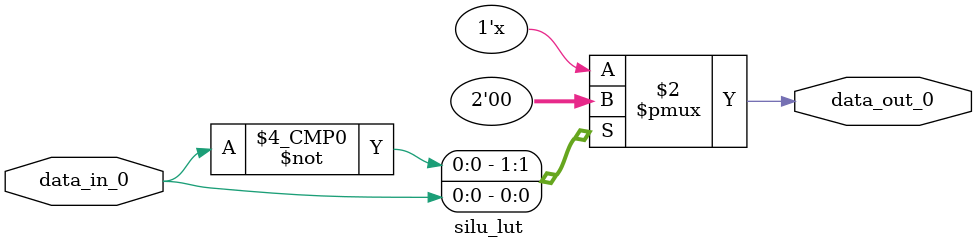
<source format=sv>
module silu_lut(input logic [0:0] data_in_0, output logic [0:0] data_out_0);
    always_comb begin
        case(data_in_0)
            1'b0: data_out_0 = 1'b0;
            1'b1: data_out_0 = 1'b0;
            default: data_out_0 = 1'b0;
        endcase
    end
endmodule

</source>
